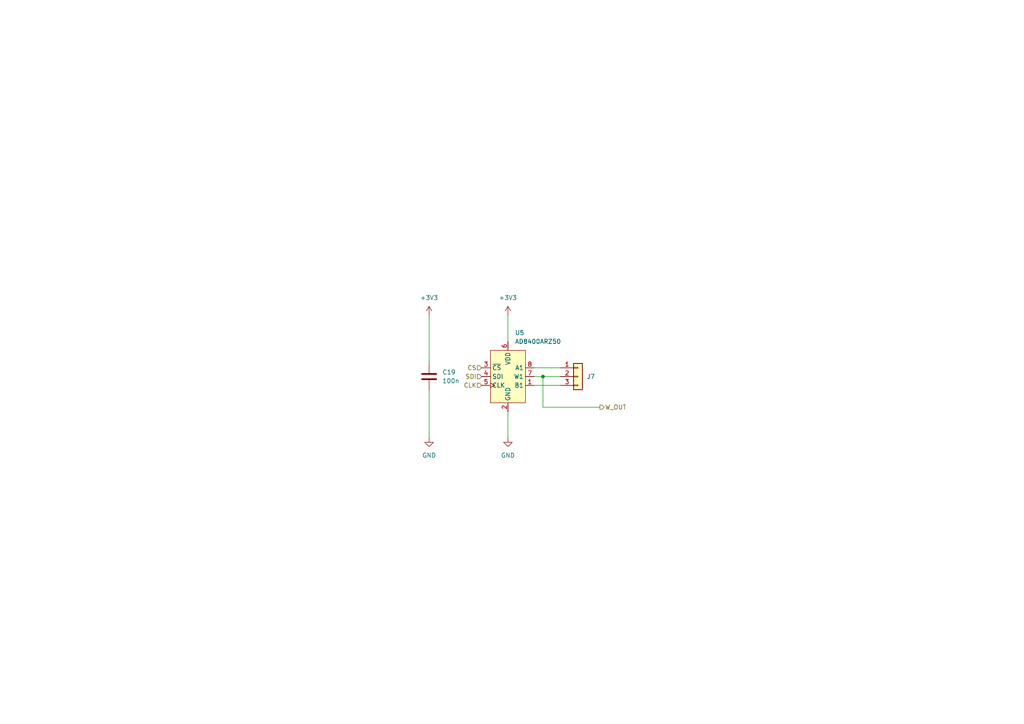
<source format=kicad_sch>
(kicad_sch (version 20211123) (generator eeschema)
  (paper "A4")
  (lib_symbols
    (symbol "Connector_Generic:Conn_01x03" (pin_names (offset 1.016) hide)
      (property "Reference" "J" (at 0 5.08 0))
      (property "Value" "Conn_01x03" (at 0 -5.08 0))
      (symbol "Conn_01x03_1_1"
        (rectangle (start -1.27 -2.413) (end 0 -2.667) (stroke (width 0.1524)))
        (rectangle (start -1.27 0.127) (end 0 -0.127) (stroke (width 0.1524)))
        (rectangle (start -1.27 2.667) (end 0 2.413) (stroke (width 0.1524)))
        (rectangle (start -1.27 3.81) (end 1.27 -3.81) (stroke (width 0.254)) (fill (type background)))
        (pin passive line (at -5.08 2.54 0) (length 3.81) (name "Pin_1") (number "1"))
        (pin passive line (at -5.08 0 0) (length 3.81) (name "Pin_2") (number "2"))
        (pin passive line (at -5.08 -2.54 0) (length 3.81) (name "Pin_3") (number "3"))
      )
    )
    (symbol "Device:C" (pin_numbers hide) (pin_names (offset 0.254))
      (property "Reference" "C" (at 0.635 2.54 0))
      (property "Value" "C" (at 0.635 -2.54 0))
      (symbol "C_0_1"
        (polyline (pts (xy -2.032 -0.762) (xy 2.032 -0.762)) (stroke (width 0.508)))
        (polyline (pts (xy -2.032 0.762) (xy 2.032 0.762)) (stroke (width 0.508)))
      )
      (symbol "C_1_1"
        (pin passive line (at 0 3.81 270) (length 2.794) (name "~") (number "1"))
        (pin passive line (at 0 -3.81 90) (length 2.794) (name "~") (number "2"))
      )
    )
    (symbol "power:+3V3" (power) (pin_names (offset 0))
      (property "Value" "+3V3" (at 0 3.556 0))
      (symbol "+3V3_0_1"
        (polyline (pts (xy -0.762 1.27) (xy 0 2.54)))
        (polyline (pts (xy 0 0) (xy 0 2.54)))
        (polyline (pts (xy 0 2.54) (xy 0.762 1.27)))
      )
      (symbol "+3V3_1_1"
        (pin power_in line (at 0 0 90) (length 0) hide (name "+3V3") (number "1"))
      )
    )
    (symbol "power:GND" (power) (pin_names (offset 0))
      (property "Value" "GND" (at 0 -3.81 0))
      (symbol "GND_0_1"
        (polyline (pts (xy 0 0) (xy 0 -1.27) (xy 1.27 -1.27) (xy 0 -2.54) (xy -1.27 -1.27) (xy 0 -1.27)))
      )
      (symbol "GND_1_1"
        (pin power_in line (at 0 0 270) (length 0) hide (name "GND") (number "1"))
      )
    )
    (symbol "symbols:AD8400ARZ50"
      (property "Reference" "U" (at 7.62 -7.62 0))
      (property "Value" "AD8400ARZ50" (at 5.08 10.16 0))
      (symbol "AD8400ARZ50_0_1"
        (rectangle (start -5.08 7.62) (end 5.08 -7.62) (stroke (width 0.1524)) (fill (type background)))
      )
      (symbol "AD8400ARZ50_1_1"
        (pin passive line (at 7.62 -2.54 180) (length 2.54) (name "B1") (number "1"))
        (pin power_in line (at 0 -10.16 90) (length 2.54) (name "GND") (number "2"))
        (pin input line (at -7.62 2.54 0) (length 2.54) (name "~{CS}") (number "3"))
        (pin input line (at -7.62 0 0) (length 2.54) (name "SDI") (number "4"))
        (pin input clock (at -7.62 -2.54 0) (length 2.54) (name "CLK") (number "5"))
        (pin power_in line (at 0 10.16 270) (length 2.54) (name "VDD") (number "6"))
        (pin passive line (at 7.62 0 180) (length 2.54) (name "W1") (number "7"))
        (pin passive line (at 7.62 2.54 180) (length 2.54) (name "A1") (number "8"))
      )
    )
  )
  (junction (at 157.48 109.22))
  (wire (pts (xy 124.46 113.03) (xy 124.46 127)))
  (wire (pts (xy 157.48 109.22) (xy 162.56 109.22)))
  (wire (pts (xy 154.94 109.22) (xy 157.48 109.22)))
  (wire (pts (xy 157.48 118.11) (xy 173.99 118.11)))
  (wire (pts (xy 147.32 91.44) (xy 147.32 99.06)))
  (wire (pts (xy 157.48 109.22) (xy 157.48 118.11)))
  (wire (pts (xy 154.94 106.68) (xy 162.56 106.68)))
  (wire (pts (xy 124.46 91.44) (xy 124.46 105.41)))
  (wire (pts (xy 147.32 127) (xy 147.32 119.38)))
  (wire (pts (xy 154.94 111.76) (xy 162.56 111.76)))
  (hierarchical_label "CS" (shape input) (at 139.7 106.68 180))
  (hierarchical_label "CLK" (shape input) (at 139.7 111.76 180))
  (hierarchical_label "SDI" (shape input) (at 139.7 109.22 180))
  (hierarchical_label "W_OUT" (shape output) (at 173.99 118.11 0))
  (symbol (lib_id "power:+3V3") (at 147.32 91.44 0) (unit 1)
    (property "Reference" "#PWR0104" (effects hide))
    (property "Value" "+3V3" (at 147.32 86.36 0))
  )
  (symbol (lib_id "symbols:AD8400ARZ50") (at 147.32 109.22 0) (unit 1)
    (property "Reference" "U5" (at 149.3394 96.52 0) (effects (justify left)))
    (property "Value" "AD8400ARZ50" (at 149.3394 99.06 0) (effects (justify left)))
    (property "Footprint" "Package_SO:SOP-8_3.9x4.9mm_P1.27mm" (effects hide))
  )
  (symbol (lib_id "power:+3V3") (at 124.46 91.44 0) (unit 1)
    (property "Reference" "#PWR0103" (effects hide))
    (property "Value" "+3V3" (at 124.46 86.36 0))
  )
  (symbol (lib_id "power:GND") (at 124.46 127 0) (unit 1)
    (property "Reference" "#PWR0101" (effects hide))
    (property "Value" "GND" (at 124.46 132.08 0))
  )
  (symbol (lib_id "power:GND") (at 147.32 127 0) (unit 1)
    (property "Reference" "#PWR0102" (effects hide))
    (property "Value" "GND" (at 147.32 132.08 0))
  )
  (symbol (lib_id "Device:C") (at 124.46 109.22 0) (unit 1)
    (property "Reference" "C19" (at 128.27 107.9499 0) (effects (justify left)))
    (property "Value" "100n" (at 128.27 110.4899 0) (effects (justify left)))
    (property "Footprint" "C_0603_1608Metric" (effects hide))
  )
  (symbol (lib_id "Connector_Generic:Conn_01x03") (at 167.64 109.22 0) (unit 1)
    (property "Reference" "J7" (at 170.18 109.2199 0) (effects (justify left)))
    (property "Value" "Conn_01x03" (effects hide))
    (property "Footprint" "PinHeader_1x03_P2.54mm_Vertical" (effects hide))
  )
)
</source>
